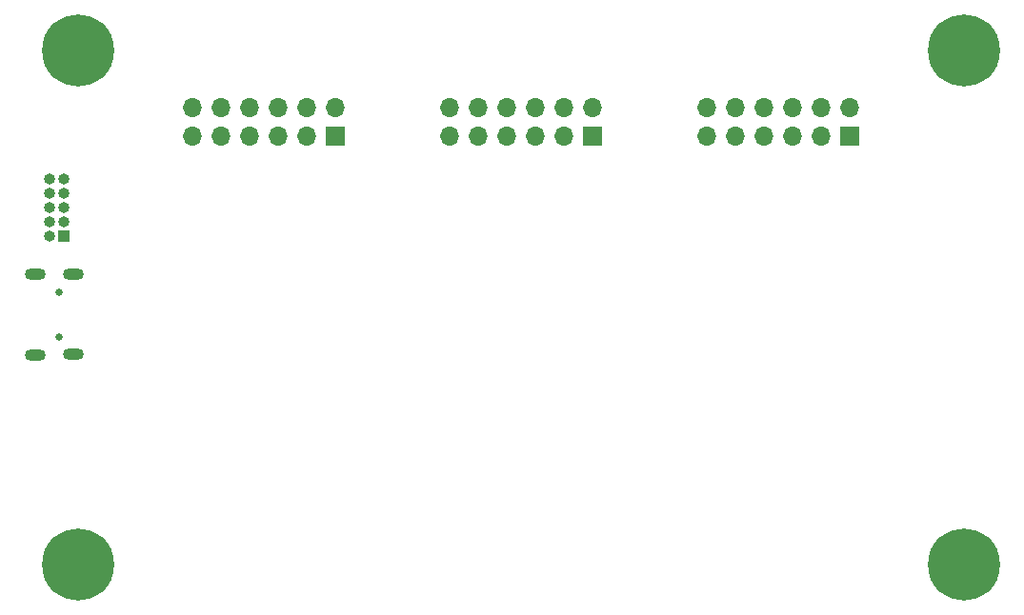
<source format=gbr>
%TF.GenerationSoftware,KiCad,Pcbnew,7.0.4*%
%TF.CreationDate,2023-05-26T13:48:30+02:00*%
%TF.ProjectId,pmod_e103bt53_baseboard,706d6f64-5f65-4313-9033-627435335f62,rev?*%
%TF.SameCoordinates,Original*%
%TF.FileFunction,Soldermask,Bot*%
%TF.FilePolarity,Negative*%
%FSLAX46Y46*%
G04 Gerber Fmt 4.6, Leading zero omitted, Abs format (unit mm)*
G04 Created by KiCad (PCBNEW 7.0.4) date 2023-05-26 13:48:30*
%MOMM*%
%LPD*%
G01*
G04 APERTURE LIST*
%ADD10R,1.700000X1.700000*%
%ADD11O,1.700000X1.700000*%
%ADD12C,0.800000*%
%ADD13C,6.400000*%
%ADD14R,1.000000X1.000000*%
%ADD15O,1.000000X1.000000*%
%ADD16C,0.650000*%
%ADD17O,1.850000X1.050000*%
G04 APERTURE END LIST*
D10*
%TO.C,PMOD2*%
X96520000Y-30480000D03*
D11*
X96520000Y-27940000D03*
X93980000Y-30480000D03*
X93980000Y-27940000D03*
X91440000Y-30480000D03*
X91440000Y-27940000D03*
X88900000Y-30480000D03*
X88900000Y-27940000D03*
X86360000Y-30480000D03*
X86360000Y-27940000D03*
X83820000Y-30480000D03*
X83820000Y-27940000D03*
%TD*%
D10*
%TO.C,PMOD3*%
X119380000Y-30480000D03*
D11*
X119380000Y-27940000D03*
X116840000Y-30480000D03*
X116840000Y-27940000D03*
X114300000Y-30480000D03*
X114300000Y-27940000D03*
X111760000Y-30480000D03*
X111760000Y-27940000D03*
X109220000Y-30480000D03*
X109220000Y-27940000D03*
X106680000Y-30480000D03*
X106680000Y-27940000D03*
%TD*%
D10*
%TO.C,PMOD1*%
X73660000Y-30480000D03*
D11*
X73660000Y-27940000D03*
X71120000Y-30480000D03*
X71120000Y-27940000D03*
X68580000Y-30480000D03*
X68580000Y-27940000D03*
X66040000Y-30480000D03*
X66040000Y-27940000D03*
X63500000Y-30480000D03*
X63500000Y-27940000D03*
X60960000Y-30480000D03*
X60960000Y-27940000D03*
%TD*%
D12*
%TO.C,H3*%
X48400000Y-68580000D03*
X49102944Y-66882944D03*
X49102944Y-70277056D03*
X50800000Y-66180000D03*
D13*
X50800000Y-68580000D03*
D12*
X50800000Y-70980000D03*
X52497056Y-66882944D03*
X52497056Y-70277056D03*
X53200000Y-68580000D03*
%TD*%
%TO.C,H1*%
X48400000Y-22860000D03*
X49102944Y-21162944D03*
X49102944Y-24557056D03*
X50800000Y-20460000D03*
D13*
X50800000Y-22860000D03*
D12*
X50800000Y-25260000D03*
X52497056Y-21162944D03*
X52497056Y-24557056D03*
X53200000Y-22860000D03*
%TD*%
%TO.C,H4*%
X127140000Y-68580000D03*
X127842944Y-66882944D03*
X127842944Y-70277056D03*
X129540000Y-66180000D03*
D13*
X129540000Y-68580000D03*
D12*
X129540000Y-70980000D03*
X131237056Y-66882944D03*
X131237056Y-70277056D03*
X131940000Y-68580000D03*
%TD*%
D14*
%TO.C,J2*%
X49530000Y-39370000D03*
D15*
X48260000Y-39370000D03*
X49530000Y-38100000D03*
X48260000Y-38100000D03*
X49530000Y-36830000D03*
X48260000Y-36830000D03*
X49530000Y-35560000D03*
X48260000Y-35560000D03*
X49530000Y-34290000D03*
X48260000Y-34290000D03*
%TD*%
D16*
%TO.C,J1*%
X49120000Y-44355000D03*
X49120000Y-48355000D03*
D17*
X50440000Y-42780000D03*
X46990000Y-42780000D03*
X50440000Y-49905000D03*
X46990000Y-49930000D03*
%TD*%
D12*
%TO.C,H2*%
X127140000Y-22860000D03*
X127842944Y-21162944D03*
X127842944Y-24557056D03*
X129540000Y-20460000D03*
D13*
X129540000Y-22860000D03*
D12*
X129540000Y-25260000D03*
X131237056Y-21162944D03*
X131237056Y-24557056D03*
X131940000Y-22860000D03*
%TD*%
M02*

</source>
